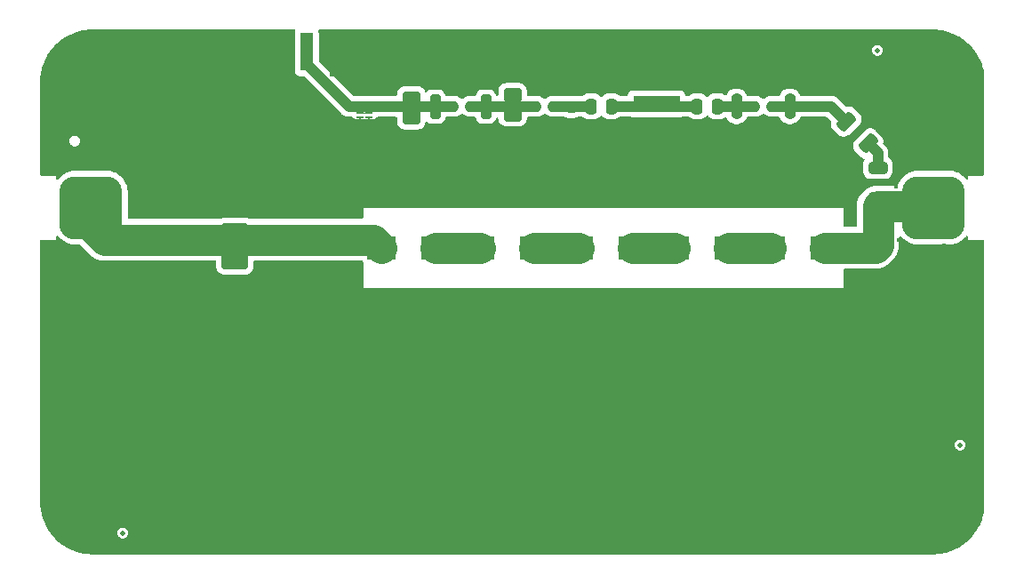
<source format=gbr>
%TF.GenerationSoftware,KiCad,Pcbnew,8.0.5*%
%TF.CreationDate,2024-11-14T08:39:16+01:00*%
%TF.ProjectId,LISN_5u,4c49534e-5f35-4752-9e6b-696361645f70,rev?*%
%TF.SameCoordinates,Original*%
%TF.FileFunction,Copper,L1,Top*%
%TF.FilePolarity,Positive*%
%FSLAX46Y46*%
G04 Gerber Fmt 4.6, Leading zero omitted, Abs format (unit mm)*
G04 Created by KiCad (PCBNEW 8.0.5) date 2024-11-14 08:39:16*
%MOMM*%
%LPD*%
G01*
G04 APERTURE LIST*
G04 Aperture macros list*
%AMRoundRect*
0 Rectangle with rounded corners*
0 $1 Rounding radius*
0 $2 $3 $4 $5 $6 $7 $8 $9 X,Y pos of 4 corners*
0 Add a 4 corners polygon primitive as box body*
4,1,4,$2,$3,$4,$5,$6,$7,$8,$9,$2,$3,0*
0 Add four circle primitives for the rounded corners*
1,1,$1+$1,$2,$3*
1,1,$1+$1,$4,$5*
1,1,$1+$1,$6,$7*
1,1,$1+$1,$8,$9*
0 Add four rect primitives between the rounded corners*
20,1,$1+$1,$2,$3,$4,$5,0*
20,1,$1+$1,$4,$5,$6,$7,0*
20,1,$1+$1,$6,$7,$8,$9,0*
20,1,$1+$1,$8,$9,$2,$3,0*%
G04 Aperture macros list end*
%TA.AperFunction,ComponentPad*%
%ADD10C,3.600000*%
%TD*%
%TA.AperFunction,ConnectorPad*%
%ADD11C,5.600000*%
%TD*%
%TA.AperFunction,SMDPad,CuDef*%
%ADD12RoundRect,0.250000X-1.100000X0.325000X-1.100000X-0.325000X1.100000X-0.325000X1.100000X0.325000X0*%
%TD*%
%TA.AperFunction,SMDPad,CuDef*%
%ADD13RoundRect,0.200000X-0.275000X0.200000X-0.275000X-0.200000X0.275000X-0.200000X0.275000X0.200000X0*%
%TD*%
%TA.AperFunction,SMDPad,CuDef*%
%ADD14C,0.500000*%
%TD*%
%TA.AperFunction,SMDPad,CuDef*%
%ADD15RoundRect,0.250000X-0.600000X0.400000X-0.600000X-0.400000X0.600000X-0.400000X0.600000X0.400000X0*%
%TD*%
%TA.AperFunction,SMDPad,CuDef*%
%ADD16RoundRect,0.250000X-0.689429X-0.229810X-0.229810X-0.689429X0.689429X0.229810X0.229810X0.689429X0*%
%TD*%
%TA.AperFunction,SMDPad,CuDef*%
%ADD17R,2.700000X2.200000*%
%TD*%
%TA.AperFunction,SMDPad,CuDef*%
%ADD18RoundRect,0.200000X-0.200000X-0.275000X0.200000X-0.275000X0.200000X0.275000X-0.200000X0.275000X0*%
%TD*%
%TA.AperFunction,SMDPad,CuDef*%
%ADD19RoundRect,1.500000X-1.500000X-1.500000X1.500000X-1.500000X1.500000X1.500000X-1.500000X1.500000X0*%
%TD*%
%TA.AperFunction,SMDPad,CuDef*%
%ADD20RoundRect,0.250000X-0.650000X0.325000X-0.650000X-0.325000X0.650000X-0.325000X0.650000X0.325000X0*%
%TD*%
%TA.AperFunction,SMDPad,CuDef*%
%ADD21RoundRect,0.250000X-0.250000X-0.475000X0.250000X-0.475000X0.250000X0.475000X-0.250000X0.475000X0*%
%TD*%
%TA.AperFunction,SMDPad,CuDef*%
%ADD22R,0.675000X0.200000*%
%TD*%
%TA.AperFunction,SMDPad,CuDef*%
%ADD23RoundRect,0.250000X-1.000000X1.950000X-1.000000X-1.950000X1.000000X-1.950000X1.000000X1.950000X0*%
%TD*%
%TA.AperFunction,SMDPad,CuDef*%
%ADD24R,4.500000X1.550000*%
%TD*%
%TA.AperFunction,SMDPad,CuDef*%
%ADD25R,4.550000X1.550000*%
%TD*%
%TA.AperFunction,SMDPad,CuDef*%
%ADD26R,1.270000X3.600000*%
%TD*%
%TA.AperFunction,SMDPad,CuDef*%
%ADD27R,1.350000X4.200000*%
%TD*%
%TA.AperFunction,ViaPad*%
%ADD28C,0.450000*%
%TD*%
%TA.AperFunction,Conductor*%
%ADD29C,1.000000*%
%TD*%
%TA.AperFunction,Conductor*%
%ADD30C,3.000000*%
%TD*%
%TA.AperFunction,Conductor*%
%ADD31C,0.150000*%
%TD*%
%TA.AperFunction,Conductor*%
%ADD32C,0.100000*%
%TD*%
G04 APERTURE END LIST*
D10*
%TO.P,H104,1,1*%
%TO.N,GND*%
X74634000Y-113792000D03*
D11*
X74634000Y-113792000D03*
%TD*%
D10*
%TO.P,H103,1,1*%
%TO.N,GND*%
X154898000Y-113792000D03*
D11*
X154898000Y-113792000D03*
%TD*%
D10*
%TO.P,H102,1,1*%
%TO.N,GND*%
X154644000Y-73660000D03*
D11*
X154644000Y-73660000D03*
%TD*%
D10*
%TO.P,H101,1,1*%
%TO.N,GND*%
X74634000Y-73660000D03*
D11*
X74634000Y-73660000D03*
%TD*%
D12*
%TO.P,C106,1*%
%TO.N,Net-(X102-Pin_1)*%
X96266000Y-89711000D03*
%TO.P,C106,2*%
%TO.N,GND*%
X96266000Y-92661000D03*
%TD*%
D13*
%TO.P,R111,1*%
%TO.N,Net-(C102-Pad2)*%
X136144000Y-76899000D03*
%TO.P,R111,2*%
%TO.N,GND*%
X136144000Y-78549000D03*
%TD*%
%TO.P,R108,1*%
%TO.N,Net-(D101-A)*%
X107442000Y-76962000D03*
%TO.P,R108,2*%
%TO.N,GND*%
X107442000Y-78612000D03*
%TD*%
D14*
%TO.P,FID103,*%
%TO.N,*%
X149564000Y-70866000D03*
%TD*%
D15*
%TO.P,D102,1,K*%
%TO.N,GND*%
X114808000Y-71628000D03*
%TO.P,D102,2,A*%
%TO.N,Net-(D102-A)*%
X114808000Y-75128000D03*
%TD*%
D16*
%TO.P,C103,1*%
%TO.N,Net-(C103-Pad1)*%
X146584983Y-77652983D03*
%TO.P,C103,2*%
%TO.N,Net-(C103-Pad2)*%
X148670949Y-79738949D03*
%TD*%
D17*
%TO.P,L106,1,1*%
%TO.N,Net-(L105-Pad2)*%
X139426000Y-89662000D03*
%TO.P,L106,2,2*%
%TO.N,Net-(X103-Pin_1)*%
X144526000Y-89662000D03*
%TD*%
D18*
%TO.P,R106,1*%
%TO.N,Net-(D102-A)*%
X117031000Y-76200000D03*
%TO.P,R106,2*%
%TO.N,Net-(C101-Pad1)*%
X118681000Y-76200000D03*
%TD*%
D19*
%TO.P,X104,1,Pin_1*%
%TO.N,GND*%
X72856000Y-101854000D03*
%TD*%
D13*
%TO.P,R101,1*%
%TO.N,GND*%
X107442000Y-73851000D03*
%TO.P,R101,2*%
%TO.N,Net-(D101-A)*%
X107442000Y-75501000D03*
%TD*%
%TO.P,R102,1*%
%TO.N,GND*%
X112268000Y-73851000D03*
%TO.P,R102,2*%
%TO.N,Net-(D102-A)*%
X112268000Y-75501000D03*
%TD*%
D18*
%TO.P,R105,1*%
%TO.N,Net-(D101-A)*%
X109157000Y-76200000D03*
%TO.P,R105,2*%
%TO.N,Net-(D102-A)*%
X110807000Y-76200000D03*
%TD*%
D14*
%TO.P,FID102,*%
%TO.N,*%
X157438000Y-108458000D03*
%TD*%
%TO.P,FID104,*%
%TO.N,*%
X78952000Y-71120000D03*
%TD*%
D18*
%TO.P,R107,1*%
%TO.N,Net-(C102-Pad2)*%
X137859000Y-76200000D03*
%TO.P,R107,2*%
%TO.N,Net-(C103-Pad1)*%
X139509000Y-76200000D03*
%TD*%
D17*
%TO.P,L103,1,1*%
%TO.N,Net-(L102-Pad2)*%
X111740000Y-89662000D03*
%TO.P,L103,2,2*%
%TO.N,Net-(L103-Pad2)*%
X116840000Y-89662000D03*
%TD*%
%TO.P,L104,1,1*%
%TO.N,Net-(L103-Pad2)*%
X121138000Y-89662000D03*
%TO.P,L104,2,2*%
%TO.N,Net-(L104-Pad2)*%
X126238000Y-89662000D03*
%TD*%
D19*
%TO.P,X102,1,Pin_1*%
%TO.N,Net-(X102-Pin_1)*%
X74634000Y-85852000D03*
%TD*%
D12*
%TO.P,C105,1*%
%TO.N,Net-(X102-Pin_1)*%
X80772000Y-89711000D03*
%TO.P,C105,2*%
%TO.N,GND*%
X80772000Y-92661000D03*
%TD*%
D15*
%TO.P,D104,1,K*%
%TO.N,Net-(D102-A)*%
X114808000Y-76962000D03*
%TO.P,D104,2,A*%
%TO.N,GND*%
X114808000Y-80462000D03*
%TD*%
D20*
%TO.P,C104,1*%
%TO.N,Net-(C103-Pad2)*%
X149606000Y-82042000D03*
%TO.P,C104,2*%
%TO.N,Net-(X103-Pin_1)*%
X149606000Y-84992000D03*
%TD*%
D15*
%TO.P,D103,1,K*%
%TO.N,Net-(D101-A)*%
X105156000Y-77244000D03*
%TO.P,D103,2,A*%
%TO.N,GND*%
X105156000Y-80744000D03*
%TD*%
D17*
%TO.P,L102,1,1*%
%TO.N,Net-(X102-Pin_1)*%
X102342000Y-89662000D03*
%TO.P,L102,2,2*%
%TO.N,Net-(L102-Pad2)*%
X107442000Y-89662000D03*
%TD*%
D21*
%TO.P,C101,1*%
%TO.N,Net-(C101-Pad1)*%
X122306001Y-76200000D03*
%TO.P,C101,2*%
%TO.N,Net-(C101-Pad2)*%
X124206001Y-76200000D03*
%TD*%
D22*
%TO.P,D105,1*%
%TO.N,Net-(D101-A)*%
X100288000Y-76416000D03*
%TO.P,D105,2*%
X100288000Y-76816000D03*
%TO.P,D105,3*%
%TO.N,GND*%
X100288000Y-77216000D03*
%TO.P,D105,4*%
X101163000Y-77216000D03*
%TO.P,D105,5*%
%TO.N,Net-(D101-A)*%
X101163000Y-76816000D03*
%TO.P,D105,6*%
X101163000Y-76416000D03*
%TD*%
D17*
%TO.P,L105,1,1*%
%TO.N,Net-(L104-Pad2)*%
X130282000Y-89662000D03*
%TO.P,L105,2,2*%
%TO.N,Net-(L105-Pad2)*%
X135382000Y-89662000D03*
%TD*%
D19*
%TO.P,X105,1,Pin_1*%
%TO.N,GND*%
X156676000Y-101854000D03*
%TD*%
D13*
%TO.P,R109,1*%
%TO.N,Net-(D102-A)*%
X112268000Y-76962000D03*
%TO.P,R109,2*%
%TO.N,GND*%
X112268000Y-78612000D03*
%TD*%
D14*
%TO.P,FID101,*%
%TO.N,*%
X77682000Y-116840000D03*
%TD*%
D13*
%TO.P,R103,1*%
%TO.N,GND*%
X136144000Y-73851000D03*
%TO.P,R103,2*%
%TO.N,Net-(C102-Pad2)*%
X136144000Y-75501000D03*
%TD*%
D21*
%TO.P,C102,1*%
%TO.N,Net-(C101-Pad2)*%
X132400000Y-76200000D03*
%TO.P,C102,2*%
%TO.N,Net-(C102-Pad2)*%
X134300000Y-76200000D03*
%TD*%
D23*
%TO.P,C107,1*%
%TO.N,Net-(X102-Pin_1)*%
X88350000Y-89518000D03*
%TO.P,C107,2*%
%TO.N,GND*%
X88350000Y-96918000D03*
%TD*%
D15*
%TO.P,D101,1,K*%
%TO.N,GND*%
X105156000Y-71938000D03*
%TO.P,D101,2,A*%
%TO.N,Net-(D101-A)*%
X105156000Y-75438000D03*
%TD*%
D24*
%TO.P,L101,1,1*%
%TO.N,Net-(C101-Pad2)*%
X128524000Y-75945999D03*
D25*
%TO.P,L101,2,2*%
%TO.N,GND*%
X128524000Y-72095999D03*
%TD*%
D13*
%TO.P,R112,1*%
%TO.N,Net-(C103-Pad1)*%
X141224000Y-76899000D03*
%TO.P,R112,2*%
%TO.N,GND*%
X141224000Y-78549000D03*
%TD*%
%TO.P,R104,1*%
%TO.N,GND*%
X141224000Y-73851000D03*
%TO.P,R104,2*%
%TO.N,Net-(C103-Pad1)*%
X141224000Y-75501000D03*
%TD*%
D26*
%TO.P,X101,1,In*%
%TO.N,Net-(D101-A)*%
X95208000Y-71010500D03*
D27*
%TO.P,X101,2,Ext*%
%TO.N,GND*%
X98033000Y-71210500D03*
X92383000Y-71210500D03*
%TD*%
D19*
%TO.P,X103,1,Pin_1*%
%TO.N,Net-(X103-Pin_1)*%
X154898000Y-85852000D03*
%TD*%
D13*
%TO.P,R110,1*%
%TO.N,Net-(C101-Pad1)*%
X120396000Y-76391000D03*
%TO.P,R110,2*%
%TO.N,GND*%
X120396000Y-78041000D03*
%TD*%
D28*
%TO.N,GND*%
X82491202Y-69259000D03*
X77936000Y-110744000D03*
X104098000Y-85344000D03*
X108924000Y-74168000D03*
X85302000Y-85852000D03*
X134324000Y-85344000D03*
X154644000Y-89662000D03*
X79206000Y-85852000D03*
X90128000Y-100076000D03*
X108636899Y-118447000D03*
X140420000Y-85344000D03*
X112226000Y-80010000D03*
X76158000Y-98044000D03*
X114258000Y-85344000D03*
X126015605Y-69259000D03*
X118334828Y-69259000D03*
X136102000Y-72644000D03*
X103590000Y-71882000D03*
X93430000Y-74676000D03*
X108162000Y-98806000D03*
X106130000Y-85344000D03*
X100956122Y-118447000D03*
X130514000Y-93980000D03*
X153120000Y-82042000D03*
X101812001Y-78740000D03*
X154178454Y-69259000D03*
X121370000Y-104648000D03*
X126450000Y-93980000D03*
X159299000Y-107662885D03*
X155406000Y-82042000D03*
X134070000Y-78232000D03*
X147278000Y-83820000D03*
X121438194Y-118447000D03*
X89112000Y-100838000D03*
X70233000Y-105645719D03*
X120862000Y-74422000D03*
X88350000Y-93218000D03*
X152104000Y-100330000D03*
X95970000Y-85852000D03*
X157438000Y-89916000D03*
X113214310Y-69259000D03*
X75353532Y-118447000D03*
X137626000Y-73914000D03*
X150580000Y-73152000D03*
X75904000Y-75438000D03*
X90382000Y-94488000D03*
X90636000Y-96520000D03*
X111197158Y-118447000D03*
X120895087Y-69259000D03*
X159299000Y-110223144D03*
X122386000Y-85344000D03*
X100796000Y-74422000D03*
X100542000Y-98552000D03*
X76920000Y-100838000D03*
X124418000Y-85344000D03*
X107654000Y-80264000D03*
X117052000Y-78232000D03*
X74888000Y-81534000D03*
X142452000Y-85344000D03*
X152104000Y-98552000D03*
X84032000Y-83566000D03*
X110448000Y-93980000D03*
X107654000Y-72644000D03*
X90382000Y-70866000D03*
X85051461Y-69259000D03*
X90382000Y-71882000D03*
X92668000Y-85852000D03*
X116290000Y-85344000D03*
X118576000Y-93980000D03*
X89366000Y-85852000D03*
X98510000Y-93218000D03*
X73618000Y-81534000D03*
X98395863Y-118447000D03*
X151618195Y-69259000D03*
X117814000Y-98552000D03*
X128482000Y-93980000D03*
X82254000Y-110744000D03*
X136102000Y-80010000D03*
X135086000Y-73914000D03*
X118322000Y-85344000D03*
X88154827Y-118447000D03*
X118068001Y-74422000D03*
X72094000Y-90424000D03*
X155914000Y-89408000D03*
X93176000Y-84582000D03*
X119084000Y-74422000D03*
X78444000Y-92710000D03*
X127466000Y-81280000D03*
X152104000Y-104394000D03*
X103844000Y-111506000D03*
X156676000Y-117602000D03*
X126450000Y-78232000D03*
X147786000Y-109982000D03*
X90715086Y-118447000D03*
X144992000Y-80010000D03*
X157438000Y-70866000D03*
X120608000Y-93980000D03*
X86064000Y-96012000D03*
X128228000Y-85344000D03*
X96224000Y-93980000D03*
X87334000Y-100838000D03*
X152612000Y-89662000D03*
X93684000Y-92710000D03*
X84286000Y-75438000D03*
X124672000Y-93980000D03*
X70824000Y-72644000D03*
X96013580Y-75735580D03*
X114512000Y-93980000D03*
X156930000Y-97536000D03*
X117052000Y-74422000D03*
X116317676Y-118447000D03*
X146770000Y-81534000D03*
X122894000Y-74422000D03*
X159299000Y-92301331D03*
X70316000Y-82296000D03*
X116544000Y-93980000D03*
X146770000Y-101854000D03*
X154721561Y-118447000D03*
X73364000Y-70104000D03*
X70233000Y-110766237D03*
X76920000Y-102870000D03*
X77370684Y-69259000D03*
X71586000Y-116840000D03*
X102320000Y-93980000D03*
X104352000Y-93980000D03*
X110702000Y-78232000D03*
X131530000Y-78232000D03*
X138816900Y-69259000D03*
X73110000Y-117856000D03*
X90636000Y-99314000D03*
X142452000Y-73914000D03*
X155152000Y-105664000D03*
X141182000Y-72644000D03*
X108416000Y-93980000D03*
X102066000Y-85344000D03*
X122132000Y-78232000D03*
X97581159Y-77303159D03*
X87588000Y-104648000D03*
X103082000Y-80518000D03*
X70233000Y-90284165D03*
X146770000Y-86614000D03*
X136610000Y-93980000D03*
X118877935Y-118447000D03*
X74380000Y-105918000D03*
X140166000Y-73914000D03*
X70233000Y-97964942D03*
X76920000Y-104902000D03*
X100796000Y-78740000D03*
X157946000Y-116586000D03*
X105533533Y-69259000D03*
X106638000Y-71882000D03*
X136799748Y-118447000D03*
X134578000Y-93980000D03*
X144484000Y-85344000D03*
X141436000Y-80010000D03*
X159299000Y-76939777D03*
X91398000Y-80010000D03*
X93684000Y-112268000D03*
X78698000Y-84582000D03*
X85594568Y-118447000D03*
X80474050Y-118447000D03*
X80730000Y-94234000D03*
X76920000Y-98806000D03*
X157184000Y-82042000D03*
X114512000Y-70358000D03*
X143937418Y-69259000D03*
X153120000Y-105664000D03*
X151596000Y-88900000D03*
X116798000Y-80518000D03*
X154644000Y-75692000D03*
X103516381Y-118447000D03*
X101812001Y-74422000D03*
X144480525Y-118447000D03*
X71840000Y-81534000D03*
X83270000Y-85852000D03*
X113757417Y-118447000D03*
X91144000Y-74676000D03*
X87611720Y-69259000D03*
X70233000Y-95404683D03*
X149601043Y-118447000D03*
X157184000Y-105664000D03*
X158708000Y-72136000D03*
X140674000Y-93980000D03*
X108093792Y-69259000D03*
X122640000Y-93980000D03*
X131679230Y-118447000D03*
X126196000Y-85344000D03*
X159299000Y-82060295D03*
X102973274Y-69259000D03*
X139360007Y-118447000D03*
X121878001Y-74422000D03*
X131136123Y-69259000D03*
X134239489Y-118447000D03*
X78444000Y-82804000D03*
X102828000Y-74422000D03*
X144738000Y-93980000D03*
X108162000Y-85344000D03*
X70233000Y-92844424D03*
X152104000Y-102362000D03*
X128482000Y-111252000D03*
X116544000Y-71628000D03*
X147786000Y-92202000D03*
X99780000Y-73914000D03*
X90171979Y-69259000D03*
X159299000Y-97421849D03*
X141920266Y-118447000D03*
X138642000Y-93980000D03*
X77913791Y-118447000D03*
X151596000Y-90932000D03*
X91398000Y-85852000D03*
X92414001Y-74676000D03*
X156422000Y-69850000D03*
X99526000Y-103632000D03*
X150072000Y-92202000D03*
X99780000Y-72390000D03*
X70233000Y-74922611D03*
X105114000Y-70612000D03*
X140166000Y-112268000D03*
X120354000Y-85344000D03*
X75142000Y-91694000D03*
X99526000Y-91440000D03*
X129118971Y-118447000D03*
X137880000Y-78232000D03*
X108924000Y-78232000D03*
X159299000Y-89741072D03*
X110702000Y-74168000D03*
X130260000Y-85344000D03*
X147040784Y-118447000D03*
X74810425Y-69259000D03*
X112226000Y-85344000D03*
X152161302Y-118447000D03*
X116036000Y-110236000D03*
X98256000Y-85852000D03*
X115774569Y-69259000D03*
X133696382Y-69259000D03*
X72856000Y-94234000D03*
X73872000Y-90424000D03*
X70233000Y-77482870D03*
X70233000Y-108205978D03*
X146497677Y-69259000D03*
X105114000Y-82042000D03*
X72602000Y-105918000D03*
X112226000Y-72644000D03*
X118830000Y-78232000D03*
X81238000Y-85852000D03*
X99018000Y-78740000D03*
X106384000Y-93980000D03*
X94446000Y-85852000D03*
X123455346Y-69259000D03*
X110194000Y-85344000D03*
X132800000Y-104140000D03*
X77174000Y-81534000D03*
X159299000Y-112783403D03*
X141377159Y-69259000D03*
X100413015Y-69259000D03*
X132292000Y-85344000D03*
X106076640Y-118447000D03*
X99526000Y-85852000D03*
X72094000Y-98044000D03*
X123998453Y-118447000D03*
X70233000Y-80043129D03*
X77428000Y-91694000D03*
X108670000Y-104140000D03*
X143468000Y-78232000D03*
X99780000Y-71374000D03*
X70824000Y-115570000D03*
X159299000Y-115343662D03*
X159299000Y-74379518D03*
X129752000Y-78232000D03*
X136356000Y-85344000D03*
X114766000Y-82042000D03*
X79930943Y-69259000D03*
X137880000Y-98552000D03*
X95295159Y-75017159D03*
X139658000Y-78232000D03*
X90382000Y-73406000D03*
X154898000Y-97536000D03*
X128575864Y-69259000D03*
X149057936Y-69259000D03*
X142706000Y-93980000D03*
X95835604Y-118447000D03*
X110654051Y-69259000D03*
X126558712Y-118447000D03*
X71840000Y-71120000D03*
X136256641Y-69259000D03*
X147278000Y-82550000D03*
X83034309Y-118447000D03*
X147532000Y-114046000D03*
X128990000Y-99314000D03*
X151596000Y-82042000D03*
X96732000Y-76454000D03*
X102828000Y-78740000D03*
X138388000Y-85344000D03*
X132546000Y-93980000D03*
X98299580Y-78021580D03*
X159216000Y-105410000D03*
X87334000Y-85852000D03*
X112988000Y-71628000D03*
X91144000Y-91948000D03*
X81746000Y-103378000D03*
X159299000Y-94861590D03*
X152866000Y-97536000D03*
X70233000Y-113326496D03*
X99780000Y-70358000D03*
X159299000Y-79500036D03*
X86064000Y-99060000D03*
X85556000Y-91948000D03*
X147024000Y-85090000D03*
X120354000Y-79248000D03*
X151342000Y-83820000D03*
X128482000Y-77978000D03*
X74126000Y-98044000D03*
X82762000Y-92710000D03*
X120608000Y-72390000D03*
X124164000Y-78232000D03*
X93275345Y-118447000D03*
X112480000Y-93980000D03*
X76158000Y-105918000D03*
%TD*%
D29*
%TO.N,Net-(C101-Pad2)*%
X132400000Y-76200000D02*
X124206001Y-76200000D01*
%TO.N,Net-(C101-Pad1)*%
X122306001Y-76200000D02*
X118681000Y-76200000D01*
%TO.N,Net-(C102-Pad2)*%
X136144000Y-75501000D02*
X136144000Y-76899000D01*
X137859000Y-76200000D02*
X134300000Y-76200000D01*
%TO.N,Net-(C103-Pad2)*%
X149606000Y-82042000D02*
X149606000Y-80674000D01*
X149606000Y-80674000D02*
X148670949Y-79738949D01*
%TO.N,Net-(C103-Pad1)*%
X139509000Y-76200000D02*
X145132000Y-76200000D01*
X145132000Y-76200000D02*
X146584983Y-77652983D01*
X141224000Y-75501000D02*
X141224000Y-76899000D01*
D30*
%TO.N,Net-(X103-Pin_1)*%
X154800000Y-85754000D02*
X154898000Y-85852000D01*
X149606000Y-85754000D02*
X149606000Y-89408000D01*
X149606000Y-85754000D02*
X154800000Y-85754000D01*
X149352000Y-89662000D02*
X144526000Y-89662000D01*
X149606000Y-89408000D02*
X149352000Y-89662000D01*
D31*
%TO.N,GND*%
X100288000Y-77724000D02*
X101050000Y-77724000D01*
X101163000Y-77611000D02*
X101163000Y-77216000D01*
X101050000Y-77724000D02*
X101163000Y-77611000D01*
X100288000Y-77216000D02*
X100288000Y-77724000D01*
D30*
%TO.N,Net-(X102-Pin_1)*%
X101580000Y-88900000D02*
X75936000Y-88900000D01*
X75936000Y-88900000D02*
X74634000Y-87598000D01*
X102342000Y-89662000D02*
X101580000Y-88900000D01*
X74634000Y-87598000D02*
X74634000Y-85852000D01*
D29*
%TO.N,Net-(D101-A)*%
X100288000Y-76200000D02*
X99232500Y-76200000D01*
D31*
X101163000Y-76313000D02*
X101050000Y-76200000D01*
X101163000Y-76816000D02*
X101163000Y-76313000D01*
D32*
X100288000Y-76816000D02*
X100288000Y-76416000D01*
X100288000Y-76816000D02*
X101163000Y-76816000D01*
D29*
X101050000Y-76200000D02*
X100288000Y-76200000D01*
X95208000Y-72175500D02*
X95208000Y-71010500D01*
X109157000Y-76200000D02*
X101050000Y-76200000D01*
X99232500Y-76200000D02*
X95208000Y-72175500D01*
D32*
X100288000Y-76816000D02*
X100288000Y-76200000D01*
D29*
X105156000Y-75438000D02*
X105156000Y-77244000D01*
%TO.N,Net-(D102-A)*%
X117031000Y-76200000D02*
X110807000Y-76200000D01*
X114808000Y-75128000D02*
X114808000Y-76962000D01*
D30*
%TO.N,Net-(L102-Pad2)*%
X107442000Y-89662000D02*
X111740000Y-89662000D01*
%TO.N,Net-(L103-Pad2)*%
X116840000Y-89662000D02*
X121138000Y-89662000D01*
%TO.N,Net-(L104-Pad2)*%
X126238000Y-89662000D02*
X130282000Y-89662000D01*
%TO.N,Net-(L105-Pad2)*%
X135382000Y-89662000D02*
X139426000Y-89662000D01*
%TD*%
%TA.AperFunction,Conductor*%
%TO.N,GND*%
G36*
X71537203Y-88561842D02*
G01*
X71555267Y-88581245D01*
X71618254Y-88665387D01*
X71618270Y-88665405D01*
X71820594Y-88867729D01*
X71820612Y-88867745D01*
X72049682Y-89039224D01*
X72049690Y-89039229D01*
X72300833Y-89176364D01*
X72300832Y-89176364D01*
X72300836Y-89176365D01*
X72300839Y-89176367D01*
X72568954Y-89276369D01*
X72568960Y-89276370D01*
X72568962Y-89276371D01*
X72848566Y-89337195D01*
X72848568Y-89337195D01*
X72848572Y-89337196D01*
X73062552Y-89352500D01*
X73508004Y-89352500D01*
X73575043Y-89372185D01*
X73595685Y-89388819D01*
X74614143Y-90407278D01*
X74614150Y-90407284D01*
X74731868Y-90497611D01*
X74731869Y-90497612D01*
X74763388Y-90521798D01*
X74822197Y-90566924D01*
X74929218Y-90628712D01*
X75049303Y-90698043D01*
X75291581Y-90798398D01*
X75544884Y-90866271D01*
X75674882Y-90883385D01*
X75804880Y-90900500D01*
X86475501Y-90900500D01*
X86542540Y-90920185D01*
X86588295Y-90972989D01*
X86599501Y-91024500D01*
X86599501Y-91518018D01*
X86610000Y-91620796D01*
X86610001Y-91620799D01*
X86623820Y-91662500D01*
X86665186Y-91787334D01*
X86757288Y-91936656D01*
X86881344Y-92060712D01*
X87030666Y-92152814D01*
X87197203Y-92207999D01*
X87299991Y-92218500D01*
X89400008Y-92218499D01*
X89502797Y-92207999D01*
X89669334Y-92152814D01*
X89818656Y-92060712D01*
X89942712Y-91936656D01*
X90034814Y-91787334D01*
X90089999Y-91620797D01*
X90100500Y-91518009D01*
X90100500Y-91024500D01*
X90120185Y-90957461D01*
X90172989Y-90911706D01*
X90224500Y-90900500D01*
X100423382Y-90900500D01*
X100490421Y-90920185D01*
X100536176Y-90972989D01*
X100539564Y-90981167D01*
X100548202Y-91004328D01*
X100548203Y-91004330D01*
X100548204Y-91004331D01*
X100559266Y-91019107D01*
X100583684Y-91084569D01*
X100584000Y-91093419D01*
X100584000Y-93472000D01*
X146304000Y-93472000D01*
X146304000Y-91786500D01*
X146323685Y-91719461D01*
X146376489Y-91673706D01*
X146428000Y-91662500D01*
X149483113Y-91662500D01*
X149483120Y-91662500D01*
X149613118Y-91645385D01*
X149743116Y-91628271D01*
X149996419Y-91560398D01*
X150238697Y-91460043D01*
X150465803Y-91328924D01*
X150560720Y-91256091D01*
X150673851Y-91169283D01*
X151113283Y-90729851D01*
X151190889Y-90628712D01*
X151272924Y-90521803D01*
X151404043Y-90294697D01*
X151504398Y-90052419D01*
X151514745Y-90013802D01*
X151572271Y-89799116D01*
X151598682Y-89598500D01*
X151606500Y-89539120D01*
X151606500Y-88669581D01*
X151626185Y-88602542D01*
X151678989Y-88556787D01*
X151748147Y-88546843D01*
X151811703Y-88575868D01*
X151829762Y-88595264D01*
X151855164Y-88629197D01*
X151882262Y-88665396D01*
X151882270Y-88665405D01*
X152084594Y-88867729D01*
X152084612Y-88867745D01*
X152313682Y-89039224D01*
X152313690Y-89039229D01*
X152564833Y-89176364D01*
X152564832Y-89176364D01*
X152564836Y-89176365D01*
X152564839Y-89176367D01*
X152832954Y-89276369D01*
X152832960Y-89276370D01*
X152832962Y-89276371D01*
X153112566Y-89337195D01*
X153112568Y-89337195D01*
X153112572Y-89337196D01*
X153326552Y-89352500D01*
X156469448Y-89352500D01*
X156683428Y-89337196D01*
X156963046Y-89276369D01*
X157231161Y-89176367D01*
X157482315Y-89039226D01*
X157711395Y-88867739D01*
X157913739Y-88665395D01*
X157921105Y-88655555D01*
X157976733Y-88581245D01*
X158032666Y-88539373D01*
X158102358Y-88534389D01*
X158163681Y-88567874D01*
X158197166Y-88629197D01*
X158200000Y-88655555D01*
X158200000Y-88900000D01*
X159600000Y-88900000D01*
X159667039Y-88919685D01*
X159712794Y-88972489D01*
X159724000Y-89024000D01*
X159724000Y-114676717D01*
X159723882Y-114682126D01*
X159720204Y-114766367D01*
X159719261Y-114777144D01*
X159708432Y-114859396D01*
X159707110Y-114867401D01*
X159690360Y-114951610D01*
X159689189Y-114956892D01*
X159668129Y-115042956D01*
X159667458Y-115045576D01*
X159635679Y-115164179D01*
X159634950Y-115166785D01*
X159575069Y-115372223D01*
X159573442Y-115377383D01*
X159505088Y-115578744D01*
X159503238Y-115583827D01*
X159426184Y-115781972D01*
X159424114Y-115786971D01*
X159338459Y-115981637D01*
X159336172Y-115986540D01*
X159242142Y-116177214D01*
X159239644Y-116182013D01*
X159137372Y-116368429D01*
X159134667Y-116373114D01*
X159024353Y-116554907D01*
X159021446Y-116559470D01*
X158903304Y-116736282D01*
X158900201Y-116740713D01*
X158774491Y-116912160D01*
X158771198Y-116916452D01*
X158638085Y-117082308D01*
X158634607Y-117086453D01*
X158494419Y-117246305D01*
X158490764Y-117250293D01*
X158343722Y-117403896D01*
X158339896Y-117407722D01*
X158186293Y-117554764D01*
X158182305Y-117558419D01*
X158022431Y-117698625D01*
X158018286Y-117702103D01*
X157852463Y-117835189D01*
X157848172Y-117838482D01*
X157676706Y-117964207D01*
X157672273Y-117967310D01*
X157495469Y-118085446D01*
X157490907Y-118088353D01*
X157309114Y-118198667D01*
X157304429Y-118201372D01*
X157118005Y-118303649D01*
X157113231Y-118306134D01*
X156932077Y-118395468D01*
X156922497Y-118400193D01*
X156917594Y-118402479D01*
X156722978Y-118488111D01*
X156717980Y-118490181D01*
X156519827Y-118567238D01*
X156514744Y-118569088D01*
X156313383Y-118637442D01*
X156308223Y-118639069D01*
X156104071Y-118698575D01*
X156098845Y-118699975D01*
X155892311Y-118750513D01*
X155887029Y-118751684D01*
X155678493Y-118793164D01*
X155673165Y-118794104D01*
X155462991Y-118826453D01*
X155457628Y-118827159D01*
X155261332Y-118848657D01*
X155244908Y-118850455D01*
X155242223Y-118850720D01*
X155136079Y-118860007D01*
X155133718Y-118860191D01*
X155028454Y-118867378D01*
X155023726Y-118867610D01*
X154918313Y-118870773D01*
X154915948Y-118870822D01*
X154835350Y-118871702D01*
X154835007Y-118871705D01*
X154808392Y-118871922D01*
X154807721Y-118871926D01*
X154781022Y-118871999D01*
X154780732Y-118872000D01*
X74835268Y-118872000D01*
X74834976Y-118871999D01*
X74808278Y-118871926D01*
X74807607Y-118871922D01*
X74780992Y-118871705D01*
X74780649Y-118871702D01*
X74700051Y-118870822D01*
X74697686Y-118870773D01*
X74592274Y-118867610D01*
X74587547Y-118867378D01*
X74482282Y-118860191D01*
X74479920Y-118860007D01*
X74403454Y-118853316D01*
X74373770Y-118850719D01*
X74371100Y-118850456D01*
X74331315Y-118846099D01*
X74158371Y-118827159D01*
X74153008Y-118826453D01*
X73942846Y-118794106D01*
X73937518Y-118793166D01*
X73728971Y-118751684D01*
X73723689Y-118750513D01*
X73517163Y-118699977D01*
X73511943Y-118698578D01*
X73469356Y-118686165D01*
X73307776Y-118639069D01*
X73302617Y-118637442D01*
X73101284Y-118569099D01*
X73096200Y-118567249D01*
X72898020Y-118490181D01*
X72893022Y-118488111D01*
X72698387Y-118402470D01*
X72693483Y-118400183D01*
X72502786Y-118306142D01*
X72497987Y-118303644D01*
X72311561Y-118201367D01*
X72306876Y-118198662D01*
X72125093Y-118088354D01*
X72120530Y-118085447D01*
X71943726Y-117967310D01*
X71939295Y-117964207D01*
X71767828Y-117838482D01*
X71763557Y-117835207D01*
X71597680Y-117702076D01*
X71593547Y-117698607D01*
X71433694Y-117558419D01*
X71429705Y-117554764D01*
X71276103Y-117407722D01*
X71272278Y-117403897D01*
X71125236Y-117250295D01*
X71121581Y-117246306D01*
X70981391Y-117086450D01*
X70977914Y-117082306D01*
X70844813Y-116916467D01*
X70841519Y-116912174D01*
X70788599Y-116840000D01*
X77176353Y-116840000D01*
X77196834Y-116982456D01*
X77244329Y-117086453D01*
X77256623Y-117113373D01*
X77350872Y-117222143D01*
X77471947Y-117299953D01*
X77471950Y-117299954D01*
X77471949Y-117299954D01*
X77610036Y-117340499D01*
X77610038Y-117340500D01*
X77610039Y-117340500D01*
X77753962Y-117340500D01*
X77753962Y-117340499D01*
X77892053Y-117299953D01*
X78013128Y-117222143D01*
X78107377Y-117113373D01*
X78167165Y-116982457D01*
X78187647Y-116840000D01*
X78167165Y-116697543D01*
X78107377Y-116566627D01*
X78013128Y-116457857D01*
X77892053Y-116380047D01*
X77892051Y-116380046D01*
X77892049Y-116380045D01*
X77892050Y-116380045D01*
X77753963Y-116339500D01*
X77753961Y-116339500D01*
X77610039Y-116339500D01*
X77610036Y-116339500D01*
X77471949Y-116380045D01*
X77350873Y-116457856D01*
X77256623Y-116566626D01*
X77256622Y-116566628D01*
X77196834Y-116697543D01*
X77176353Y-116840000D01*
X70788599Y-116840000D01*
X70715799Y-116740713D01*
X70715781Y-116740687D01*
X70712696Y-116736282D01*
X70594544Y-116559456D01*
X70591646Y-116554906D01*
X70481339Y-116373124D01*
X70478634Y-116368440D01*
X70376356Y-116182013D01*
X70373858Y-116177214D01*
X70279821Y-115986525D01*
X70277534Y-115981622D01*
X70191885Y-115786971D01*
X70189815Y-115781972D01*
X70112745Y-115583787D01*
X70110909Y-115578744D01*
X70042542Y-115377339D01*
X70040930Y-115372224D01*
X70040930Y-115372223D01*
X69981412Y-115168026D01*
X69980027Y-115162858D01*
X69929485Y-114956308D01*
X69928315Y-114951029D01*
X69886833Y-114742482D01*
X69885893Y-114737154D01*
X69877423Y-114682126D01*
X69853546Y-114526992D01*
X69852840Y-114521629D01*
X69829534Y-114308818D01*
X69829287Y-114306312D01*
X69819985Y-114199999D01*
X69819814Y-114197799D01*
X69812618Y-114092413D01*
X69812391Y-114087768D01*
X69809225Y-113982274D01*
X69809177Y-113979947D01*
X69808297Y-113899266D01*
X69808294Y-113898928D01*
X69808077Y-113872396D01*
X69808073Y-113871717D01*
X69808000Y-113844731D01*
X69808000Y-108458000D01*
X156932353Y-108458000D01*
X156952834Y-108600456D01*
X157012622Y-108731371D01*
X157012623Y-108731373D01*
X157106872Y-108840143D01*
X157227947Y-108917953D01*
X157227950Y-108917954D01*
X157227949Y-108917954D01*
X157366036Y-108958499D01*
X157366038Y-108958500D01*
X157366039Y-108958500D01*
X157509962Y-108958500D01*
X157509962Y-108958499D01*
X157648053Y-108917953D01*
X157769128Y-108840143D01*
X157863377Y-108731373D01*
X157923165Y-108600457D01*
X157943647Y-108458000D01*
X157923165Y-108315543D01*
X157863377Y-108184627D01*
X157769128Y-108075857D01*
X157648053Y-107998047D01*
X157648051Y-107998046D01*
X157648049Y-107998045D01*
X157648050Y-107998045D01*
X157509963Y-107957500D01*
X157509961Y-107957500D01*
X157366039Y-107957500D01*
X157366036Y-107957500D01*
X157227949Y-107998045D01*
X157106873Y-108075856D01*
X157012623Y-108184626D01*
X157012622Y-108184628D01*
X156952834Y-108315543D01*
X156932353Y-108458000D01*
X69808000Y-108458000D01*
X69808000Y-89024000D01*
X69827685Y-88956961D01*
X69880489Y-88911206D01*
X69932000Y-88900000D01*
X71332000Y-88900000D01*
X71332000Y-88655555D01*
X71351685Y-88588516D01*
X71404489Y-88542761D01*
X71473647Y-88532817D01*
X71537203Y-88561842D01*
G37*
%TD.AperFunction*%
%TA.AperFunction,Conductor*%
G36*
X94053518Y-68891685D02*
G01*
X94099273Y-68944489D01*
X94109217Y-69013647D01*
X94102661Y-69039333D01*
X94078908Y-69103016D01*
X94076268Y-69127578D01*
X94072501Y-69162623D01*
X94072500Y-69162635D01*
X94072500Y-72858370D01*
X94072501Y-72858376D01*
X94078908Y-72917983D01*
X94129202Y-73052828D01*
X94129206Y-73052835D01*
X94215452Y-73168044D01*
X94215455Y-73168047D01*
X94330664Y-73254293D01*
X94330671Y-73254297D01*
X94375618Y-73271061D01*
X94465517Y-73304591D01*
X94525127Y-73311000D01*
X94877217Y-73310999D01*
X94944256Y-73330683D01*
X94964897Y-73347317D01*
X98455360Y-76837781D01*
X98455361Y-76837782D01*
X98527764Y-76910185D01*
X98594719Y-76977140D01*
X98752959Y-77082872D01*
X98758586Y-77086632D01*
X98835470Y-77118478D01*
X98940664Y-77162051D01*
X99133954Y-77200499D01*
X99133957Y-77200500D01*
X99133959Y-77200500D01*
X99331040Y-77200500D01*
X99476202Y-77200500D01*
X99543241Y-77220185D01*
X99575468Y-77250188D01*
X99592955Y-77273547D01*
X99708164Y-77359793D01*
X99708171Y-77359797D01*
X99708217Y-77359814D01*
X99843017Y-77410091D01*
X99902627Y-77416500D01*
X100673372Y-77416499D01*
X100673373Y-77416498D01*
X100673385Y-77416498D01*
X100712244Y-77412320D01*
X100738752Y-77412320D01*
X100777627Y-77416500D01*
X101548372Y-77416499D01*
X101607983Y-77410091D01*
X101742831Y-77359796D01*
X101858046Y-77273546D01*
X101875532Y-77250188D01*
X101931467Y-77208317D01*
X101974798Y-77200500D01*
X103681500Y-77200500D01*
X103748539Y-77220185D01*
X103794294Y-77272989D01*
X103805500Y-77324500D01*
X103805500Y-77694001D01*
X103805501Y-77694019D01*
X103816000Y-77796796D01*
X103816001Y-77796799D01*
X103871185Y-77963331D01*
X103871187Y-77963336D01*
X103875619Y-77970521D01*
X103963288Y-78112656D01*
X104087344Y-78236712D01*
X104236666Y-78328814D01*
X104403203Y-78383999D01*
X104505991Y-78394500D01*
X105806008Y-78394499D01*
X105908797Y-78383999D01*
X106075334Y-78328814D01*
X106224656Y-78236712D01*
X106348712Y-78112656D01*
X106440814Y-77963334D01*
X106495999Y-77796797D01*
X106498689Y-77770464D01*
X106525085Y-77705773D01*
X106582265Y-77665622D01*
X106652076Y-77662758D01*
X106709728Y-77695386D01*
X106731811Y-77717469D01*
X106731813Y-77717470D01*
X106731815Y-77717472D01*
X106877394Y-77805478D01*
X107039804Y-77856086D01*
X107110384Y-77862500D01*
X107110387Y-77862500D01*
X107773613Y-77862500D01*
X107773616Y-77862500D01*
X107844196Y-77856086D01*
X108006606Y-77805478D01*
X108152185Y-77717472D01*
X108272472Y-77597185D01*
X108360478Y-77451606D01*
X108411086Y-77289196D01*
X108411086Y-77289191D01*
X108411579Y-77287611D01*
X108450316Y-77229463D01*
X108514342Y-77201488D01*
X108529965Y-77200500D01*
X109255543Y-77200500D01*
X109331551Y-77185380D01*
X109369243Y-77177882D01*
X109393434Y-77175500D01*
X109413613Y-77175500D01*
X109413616Y-77175500D01*
X109484196Y-77169086D01*
X109646606Y-77118478D01*
X109792185Y-77030472D01*
X109828323Y-76994334D01*
X109894319Y-76928339D01*
X109955642Y-76894854D01*
X110025334Y-76899838D01*
X110069681Y-76928339D01*
X110171811Y-77030469D01*
X110171813Y-77030470D01*
X110171815Y-77030472D01*
X110317394Y-77118478D01*
X110479804Y-77169086D01*
X110550384Y-77175500D01*
X110570566Y-77175500D01*
X110594756Y-77177882D01*
X110623006Y-77183502D01*
X110708456Y-77200500D01*
X110708459Y-77200500D01*
X111180035Y-77200500D01*
X111247074Y-77220185D01*
X111292829Y-77272989D01*
X111298421Y-77287611D01*
X111298913Y-77289191D01*
X111298914Y-77289196D01*
X111349522Y-77451606D01*
X111387724Y-77514799D01*
X111437530Y-77597188D01*
X111557811Y-77717469D01*
X111557813Y-77717470D01*
X111557815Y-77717472D01*
X111703394Y-77805478D01*
X111865804Y-77856086D01*
X111936384Y-77862500D01*
X111936387Y-77862500D01*
X112599613Y-77862500D01*
X112599616Y-77862500D01*
X112670196Y-77856086D01*
X112832606Y-77805478D01*
X112978185Y-77717472D01*
X113098472Y-77597185D01*
X113186478Y-77451606D01*
X113215116Y-77359701D01*
X113253853Y-77301555D01*
X113317878Y-77273580D01*
X113386863Y-77284661D01*
X113438906Y-77331279D01*
X113457501Y-77396592D01*
X113457501Y-77412018D01*
X113468000Y-77514796D01*
X113468001Y-77514799D01*
X113520217Y-77672375D01*
X113523186Y-77681334D01*
X113615288Y-77830656D01*
X113739344Y-77954712D01*
X113888666Y-78046814D01*
X114055203Y-78101999D01*
X114157991Y-78112500D01*
X115458008Y-78112499D01*
X115560797Y-78101999D01*
X115727334Y-78046814D01*
X115876656Y-77954712D01*
X116000712Y-77830656D01*
X116092814Y-77681334D01*
X116147999Y-77514797D01*
X116158500Y-77412009D01*
X116158500Y-77324500D01*
X116178185Y-77257461D01*
X116230989Y-77211706D01*
X116282500Y-77200500D01*
X117129543Y-77200500D01*
X117205551Y-77185380D01*
X117243243Y-77177882D01*
X117267434Y-77175500D01*
X117287613Y-77175500D01*
X117287616Y-77175500D01*
X117358196Y-77169086D01*
X117520606Y-77118478D01*
X117666185Y-77030472D01*
X117702323Y-76994334D01*
X117768319Y-76928339D01*
X117829642Y-76894854D01*
X117899334Y-76899838D01*
X117943681Y-76928339D01*
X118045811Y-77030469D01*
X118045813Y-77030470D01*
X118045815Y-77030472D01*
X118191394Y-77118478D01*
X118353804Y-77169086D01*
X118424384Y-77175500D01*
X118444566Y-77175500D01*
X118468756Y-77177882D01*
X118497006Y-77183502D01*
X118582456Y-77200500D01*
X118582459Y-77200500D01*
X119740620Y-77200500D01*
X119804769Y-77218383D01*
X119809924Y-77221499D01*
X119831394Y-77234478D01*
X119993804Y-77285086D01*
X120064384Y-77291500D01*
X120064387Y-77291500D01*
X120727613Y-77291500D01*
X120727616Y-77291500D01*
X120798196Y-77285086D01*
X120960606Y-77234478D01*
X120982076Y-77221499D01*
X120987231Y-77218383D01*
X121051380Y-77200500D01*
X121468771Y-77200500D01*
X121535810Y-77220185D01*
X121556452Y-77236819D01*
X121587345Y-77267712D01*
X121736667Y-77359814D01*
X121903204Y-77414999D01*
X122005992Y-77425500D01*
X122606009Y-77425499D01*
X122606017Y-77425498D01*
X122606020Y-77425498D01*
X122662303Y-77419748D01*
X122708798Y-77414999D01*
X122875335Y-77359814D01*
X123024657Y-77267712D01*
X123148713Y-77143656D01*
X123150462Y-77140819D01*
X123152170Y-77139283D01*
X123153194Y-77137989D01*
X123153415Y-77138163D01*
X123202407Y-77094096D01*
X123271369Y-77082872D01*
X123335452Y-77110713D01*
X123361538Y-77140817D01*
X123363289Y-77143656D01*
X123487345Y-77267712D01*
X123636667Y-77359814D01*
X123803204Y-77414999D01*
X123905992Y-77425500D01*
X124506009Y-77425499D01*
X124506017Y-77425498D01*
X124506020Y-77425498D01*
X124562303Y-77419748D01*
X124608798Y-77414999D01*
X124775335Y-77359814D01*
X124924657Y-77267712D01*
X124955550Y-77236819D01*
X125016873Y-77203334D01*
X125043231Y-77200500D01*
X126105027Y-77200500D01*
X126148360Y-77208318D01*
X126166517Y-77215090D01*
X126166516Y-77215090D01*
X126173444Y-77215834D01*
X126226127Y-77221499D01*
X130821872Y-77221498D01*
X130881483Y-77215090D01*
X130899640Y-77208318D01*
X130942973Y-77200500D01*
X131562770Y-77200500D01*
X131629809Y-77220185D01*
X131650451Y-77236819D01*
X131681344Y-77267712D01*
X131830666Y-77359814D01*
X131997203Y-77414999D01*
X132099991Y-77425500D01*
X132700008Y-77425499D01*
X132700016Y-77425498D01*
X132700019Y-77425498D01*
X132756302Y-77419748D01*
X132802797Y-77414999D01*
X132969334Y-77359814D01*
X133118656Y-77267712D01*
X133242712Y-77143656D01*
X133244461Y-77140819D01*
X133246169Y-77139283D01*
X133247193Y-77137989D01*
X133247414Y-77138163D01*
X133296406Y-77094096D01*
X133365368Y-77082872D01*
X133429451Y-77110713D01*
X133455537Y-77140817D01*
X133457288Y-77143656D01*
X133581344Y-77267712D01*
X133730666Y-77359814D01*
X133897203Y-77414999D01*
X133999991Y-77425500D01*
X134600008Y-77425499D01*
X134600016Y-77425498D01*
X134600019Y-77425498D01*
X134656302Y-77419748D01*
X134702797Y-77414999D01*
X134869334Y-77359814D01*
X135018656Y-77267712D01*
X135018658Y-77267709D01*
X135024614Y-77264036D01*
X135092007Y-77245596D01*
X135158670Y-77266519D01*
X135203440Y-77320161D01*
X135208096Y-77332685D01*
X135225520Y-77388602D01*
X135225521Y-77388604D01*
X135225522Y-77388606D01*
X135301809Y-77514799D01*
X135313530Y-77534188D01*
X135433811Y-77654469D01*
X135433813Y-77654470D01*
X135433815Y-77654472D01*
X135579394Y-77742478D01*
X135611211Y-77752392D01*
X135643210Y-77767674D01*
X135670086Y-77785632D01*
X135670088Y-77785632D01*
X135670092Y-77785635D01*
X135797451Y-77838388D01*
X135852165Y-77861051D01*
X135852169Y-77861051D01*
X135852170Y-77861052D01*
X136045456Y-77899500D01*
X136045459Y-77899500D01*
X136242543Y-77899500D01*
X136428550Y-77862500D01*
X136435835Y-77861051D01*
X136617914Y-77785632D01*
X136644788Y-77767674D01*
X136676786Y-77752392D01*
X136708606Y-77742478D01*
X136854185Y-77654472D01*
X136974472Y-77534185D01*
X137062478Y-77388606D01*
X137093949Y-77287609D01*
X137132685Y-77229463D01*
X137196710Y-77201488D01*
X137212334Y-77200500D01*
X137957543Y-77200500D01*
X138033551Y-77185380D01*
X138071243Y-77177882D01*
X138095434Y-77175500D01*
X138115613Y-77175500D01*
X138115616Y-77175500D01*
X138186196Y-77169086D01*
X138348606Y-77118478D01*
X138494185Y-77030472D01*
X138530323Y-76994334D01*
X138596319Y-76928339D01*
X138657642Y-76894854D01*
X138727334Y-76899838D01*
X138771681Y-76928339D01*
X138873811Y-77030469D01*
X138873813Y-77030470D01*
X138873815Y-77030472D01*
X139019394Y-77118478D01*
X139181804Y-77169086D01*
X139252384Y-77175500D01*
X139272566Y-77175500D01*
X139296756Y-77177882D01*
X139325006Y-77183502D01*
X139410456Y-77200500D01*
X139410459Y-77200500D01*
X140155666Y-77200500D01*
X140222705Y-77220185D01*
X140268460Y-77272989D01*
X140274048Y-77287601D01*
X140305522Y-77388606D01*
X140381809Y-77514799D01*
X140393530Y-77534188D01*
X140513811Y-77654469D01*
X140513813Y-77654470D01*
X140513815Y-77654472D01*
X140659394Y-77742478D01*
X140691211Y-77752392D01*
X140723210Y-77767674D01*
X140750086Y-77785632D01*
X140750088Y-77785632D01*
X140750092Y-77785635D01*
X140877451Y-77838388D01*
X140932165Y-77861051D01*
X140932169Y-77861051D01*
X140932170Y-77861052D01*
X141125456Y-77899500D01*
X141125459Y-77899500D01*
X141322543Y-77899500D01*
X141508550Y-77862500D01*
X141515835Y-77861051D01*
X141697914Y-77785632D01*
X141724788Y-77767674D01*
X141756786Y-77752392D01*
X141788606Y-77742478D01*
X141934185Y-77654472D01*
X142054472Y-77534185D01*
X142142478Y-77388606D01*
X142173949Y-77287609D01*
X142212685Y-77229463D01*
X142276710Y-77201488D01*
X142292334Y-77200500D01*
X144666218Y-77200500D01*
X144733257Y-77220185D01*
X144753899Y-77236819D01*
X145128132Y-77611052D01*
X145161617Y-77672375D01*
X145161108Y-77727330D01*
X145145053Y-77795070D01*
X145145053Y-77970510D01*
X145145054Y-77970521D01*
X145185513Y-78141225D01*
X145185513Y-78141226D01*
X145264249Y-78298002D01*
X145264252Y-78298007D01*
X145329509Y-78378115D01*
X145859851Y-78908456D01*
X145911703Y-78950696D01*
X145939956Y-78973712D01*
X145939964Y-78973717D01*
X146019797Y-79013810D01*
X146096740Y-79052452D01*
X146267452Y-79092913D01*
X146267455Y-79092913D01*
X146442891Y-79092913D01*
X146442894Y-79092913D01*
X146613607Y-79052452D01*
X146770388Y-78973714D01*
X146850495Y-78908457D01*
X147840456Y-77918495D01*
X147905714Y-77838388D01*
X147984452Y-77681607D01*
X148024913Y-77510894D01*
X148024913Y-77335452D01*
X147984452Y-77164740D01*
X147984452Y-77164739D01*
X147905716Y-77007963D01*
X147905714Y-77007959D01*
X147840457Y-76927851D01*
X147310115Y-76397510D01*
X147270061Y-76364881D01*
X147230009Y-76332253D01*
X147230001Y-76332248D01*
X147073225Y-76253513D01*
X146902521Y-76213054D01*
X146902516Y-76213053D01*
X146902514Y-76213053D01*
X146727072Y-76213053D01*
X146727071Y-76213053D01*
X146659330Y-76229108D01*
X146589558Y-76225415D01*
X146543052Y-76196132D01*
X145916209Y-75569289D01*
X145916206Y-75569285D01*
X145916206Y-75569286D01*
X145909139Y-75562219D01*
X145909139Y-75562218D01*
X145769782Y-75422861D01*
X145769781Y-75422860D01*
X145769780Y-75422859D01*
X145605920Y-75313371D01*
X145605907Y-75313364D01*
X145439372Y-75244384D01*
X145423837Y-75237949D01*
X145423829Y-75237947D01*
X145327188Y-75218724D01*
X145230544Y-75199500D01*
X145230541Y-75199500D01*
X142292334Y-75199500D01*
X142225295Y-75179815D01*
X142179540Y-75127011D01*
X142173951Y-75112398D01*
X142142478Y-75011394D01*
X142054472Y-74865815D01*
X142054470Y-74865813D01*
X142054469Y-74865811D01*
X141934188Y-74745530D01*
X141903875Y-74727205D01*
X141788606Y-74657522D01*
X141788600Y-74657520D01*
X141756786Y-74647606D01*
X141724787Y-74632324D01*
X141697917Y-74614370D01*
X141697916Y-74614369D01*
X141697914Y-74614368D01*
X141697911Y-74614366D01*
X141697906Y-74614364D01*
X141515839Y-74538950D01*
X141515829Y-74538947D01*
X141322543Y-74500500D01*
X141322541Y-74500500D01*
X141125459Y-74500500D01*
X141125457Y-74500500D01*
X140932170Y-74538947D01*
X140932160Y-74538950D01*
X140750091Y-74614365D01*
X140750087Y-74614367D01*
X140750086Y-74614368D01*
X140723207Y-74632327D01*
X140691213Y-74647606D01*
X140659400Y-74657519D01*
X140659396Y-74657520D01*
X140513811Y-74745530D01*
X140393530Y-74865811D01*
X140319670Y-74987991D01*
X140305522Y-75011394D01*
X140274050Y-75112390D01*
X140235315Y-75170537D01*
X140171290Y-75198512D01*
X140155666Y-75199500D01*
X139410457Y-75199500D01*
X139334448Y-75214619D01*
X139296756Y-75222117D01*
X139272566Y-75224500D01*
X139252384Y-75224500D01*
X139233145Y-75226248D01*
X139181807Y-75230913D01*
X139019393Y-75281522D01*
X138873811Y-75369530D01*
X138873810Y-75369531D01*
X138771681Y-75471661D01*
X138710358Y-75505146D01*
X138640666Y-75500162D01*
X138596319Y-75471661D01*
X138494188Y-75369530D01*
X138348606Y-75281522D01*
X138186196Y-75230914D01*
X138186194Y-75230913D01*
X138186192Y-75230913D01*
X138136778Y-75226423D01*
X138115616Y-75224500D01*
X138115613Y-75224500D01*
X138095434Y-75224500D01*
X138071243Y-75222117D01*
X138033551Y-75214619D01*
X137957543Y-75199500D01*
X137957541Y-75199500D01*
X137212334Y-75199500D01*
X137145295Y-75179815D01*
X137099540Y-75127011D01*
X137093951Y-75112398D01*
X137062478Y-75011394D01*
X136974472Y-74865815D01*
X136974470Y-74865813D01*
X136974469Y-74865811D01*
X136854188Y-74745530D01*
X136823875Y-74727205D01*
X136708606Y-74657522D01*
X136708600Y-74657520D01*
X136676786Y-74647606D01*
X136644787Y-74632324D01*
X136617917Y-74614370D01*
X136617916Y-74614369D01*
X136617914Y-74614368D01*
X136617911Y-74614366D01*
X136617906Y-74614364D01*
X136435839Y-74538950D01*
X136435829Y-74538947D01*
X136242543Y-74500500D01*
X136242541Y-74500500D01*
X136045459Y-74500500D01*
X136045457Y-74500500D01*
X135852170Y-74538947D01*
X135852160Y-74538950D01*
X135670091Y-74614365D01*
X135670087Y-74614367D01*
X135670086Y-74614368D01*
X135643207Y-74632327D01*
X135611213Y-74647606D01*
X135579400Y-74657519D01*
X135579396Y-74657520D01*
X135433811Y-74745530D01*
X135313530Y-74865811D01*
X135225521Y-75011396D01*
X135208096Y-75067315D01*
X135169358Y-75125462D01*
X135105333Y-75153436D01*
X135036348Y-75142354D01*
X135024615Y-75135963D01*
X134869340Y-75040189D01*
X134869335Y-75040187D01*
X134869334Y-75040186D01*
X134702797Y-74985001D01*
X134702795Y-74985000D01*
X134600010Y-74974500D01*
X133999998Y-74974500D01*
X133999980Y-74974501D01*
X133897203Y-74985000D01*
X133897200Y-74985001D01*
X133730668Y-75040185D01*
X133730663Y-75040187D01*
X133581342Y-75132289D01*
X133457285Y-75256346D01*
X133455537Y-75259182D01*
X133453829Y-75260717D01*
X133452807Y-75262011D01*
X133452585Y-75261836D01*
X133403589Y-75305905D01*
X133334626Y-75317126D01*
X133270544Y-75289282D01*
X133244463Y-75259182D01*
X133242714Y-75256346D01*
X133118657Y-75132289D01*
X133118656Y-75132288D01*
X132969334Y-75040186D01*
X132802797Y-74985001D01*
X132802795Y-74985000D01*
X132700010Y-74974500D01*
X132099998Y-74974500D01*
X132099980Y-74974501D01*
X131997203Y-74985000D01*
X131997200Y-74985001D01*
X131830668Y-75040185D01*
X131830663Y-75040187D01*
X131681342Y-75132289D01*
X131650451Y-75163181D01*
X131589128Y-75196666D01*
X131562770Y-75199500D01*
X131394094Y-75199500D01*
X131327055Y-75179815D01*
X131281300Y-75127011D01*
X131270804Y-75088753D01*
X131268091Y-75063515D01*
X131217797Y-74928670D01*
X131217793Y-74928663D01*
X131131547Y-74813454D01*
X131131544Y-74813451D01*
X131016335Y-74727205D01*
X131016328Y-74727201D01*
X130881482Y-74676907D01*
X130881483Y-74676907D01*
X130821883Y-74670500D01*
X130821881Y-74670499D01*
X130821873Y-74670499D01*
X130821864Y-74670499D01*
X126226129Y-74670499D01*
X126226123Y-74670500D01*
X126166516Y-74676907D01*
X126031671Y-74727201D01*
X126031664Y-74727205D01*
X125916455Y-74813451D01*
X125916452Y-74813454D01*
X125830206Y-74928663D01*
X125830202Y-74928670D01*
X125779908Y-75063515D01*
X125777195Y-75088756D01*
X125750457Y-75153307D01*
X125693064Y-75193155D01*
X125653906Y-75199500D01*
X125043231Y-75199500D01*
X124976192Y-75179815D01*
X124955550Y-75163181D01*
X124924658Y-75132289D01*
X124924657Y-75132288D01*
X124775335Y-75040186D01*
X124608798Y-74985001D01*
X124608796Y-74985000D01*
X124506011Y-74974500D01*
X123905999Y-74974500D01*
X123905981Y-74974501D01*
X123803204Y-74985000D01*
X123803201Y-74985001D01*
X123636669Y-75040185D01*
X123636664Y-75040187D01*
X123487343Y-75132289D01*
X123363286Y-75256346D01*
X123361538Y-75259182D01*
X123359830Y-75260717D01*
X123358808Y-75262011D01*
X123358586Y-75261836D01*
X123309590Y-75305905D01*
X123240627Y-75317126D01*
X123176545Y-75289282D01*
X123150464Y-75259182D01*
X123148715Y-75256346D01*
X123024658Y-75132289D01*
X123024657Y-75132288D01*
X122875335Y-75040186D01*
X122708798Y-74985001D01*
X122708796Y-74985000D01*
X122606011Y-74974500D01*
X122005999Y-74974500D01*
X122005981Y-74974501D01*
X121903204Y-74985000D01*
X121903201Y-74985001D01*
X121736669Y-75040185D01*
X121736664Y-75040187D01*
X121587343Y-75132289D01*
X121556452Y-75163181D01*
X121495129Y-75196666D01*
X121468771Y-75199500D01*
X118582457Y-75199500D01*
X118506448Y-75214619D01*
X118468756Y-75222117D01*
X118444566Y-75224500D01*
X118424384Y-75224500D01*
X118405145Y-75226248D01*
X118353807Y-75230913D01*
X118191393Y-75281522D01*
X118045811Y-75369530D01*
X118045810Y-75369531D01*
X117943681Y-75471661D01*
X117882358Y-75505146D01*
X117812666Y-75500162D01*
X117768319Y-75471661D01*
X117666188Y-75369530D01*
X117520606Y-75281522D01*
X117358196Y-75230914D01*
X117358194Y-75230913D01*
X117358192Y-75230913D01*
X117308778Y-75226423D01*
X117287616Y-75224500D01*
X117287613Y-75224500D01*
X117267434Y-75224500D01*
X117243243Y-75222117D01*
X117205551Y-75214619D01*
X117129543Y-75199500D01*
X117129541Y-75199500D01*
X116282500Y-75199500D01*
X116215461Y-75179815D01*
X116169706Y-75127011D01*
X116158500Y-75075500D01*
X116158499Y-74677998D01*
X116158498Y-74677980D01*
X116147999Y-74575203D01*
X116147998Y-74575200D01*
X116092814Y-74408666D01*
X116000712Y-74259344D01*
X115876656Y-74135288D01*
X115727334Y-74043186D01*
X115560797Y-73988001D01*
X115560795Y-73988000D01*
X115458010Y-73977500D01*
X114157998Y-73977500D01*
X114157981Y-73977501D01*
X114055203Y-73988000D01*
X114055200Y-73988001D01*
X113888668Y-74043185D01*
X113888663Y-74043187D01*
X113739342Y-74135289D01*
X113615289Y-74259342D01*
X113523187Y-74408663D01*
X113523185Y-74408668D01*
X113511050Y-74445289D01*
X113468001Y-74575203D01*
X113468001Y-74575204D01*
X113468000Y-74575204D01*
X113457500Y-74677983D01*
X113457500Y-75066406D01*
X113437815Y-75133445D01*
X113385011Y-75179200D01*
X113315853Y-75189144D01*
X113252297Y-75160119D01*
X113215115Y-75103297D01*
X113186478Y-75011394D01*
X113098472Y-74865815D01*
X113098470Y-74865813D01*
X113098469Y-74865811D01*
X112978188Y-74745530D01*
X112947868Y-74727201D01*
X112832606Y-74657522D01*
X112670196Y-74606914D01*
X112670194Y-74606913D01*
X112670192Y-74606913D01*
X112620778Y-74602423D01*
X112599616Y-74600500D01*
X111936384Y-74600500D01*
X111917145Y-74602248D01*
X111865807Y-74606913D01*
X111703393Y-74657522D01*
X111557811Y-74745530D01*
X111437530Y-74865811D01*
X111363670Y-74987991D01*
X111349522Y-75011394D01*
X111318050Y-75112390D01*
X111279315Y-75170537D01*
X111215290Y-75198512D01*
X111199666Y-75199500D01*
X110708457Y-75199500D01*
X110632448Y-75214619D01*
X110594756Y-75222117D01*
X110570566Y-75224500D01*
X110550384Y-75224500D01*
X110531145Y-75226248D01*
X110479807Y-75230913D01*
X110317393Y-75281522D01*
X110171811Y-75369530D01*
X110171810Y-75369531D01*
X110069681Y-75471661D01*
X110008358Y-75505146D01*
X109938666Y-75500162D01*
X109894319Y-75471661D01*
X109792188Y-75369530D01*
X109646606Y-75281522D01*
X109484196Y-75230914D01*
X109484194Y-75230913D01*
X109484192Y-75230913D01*
X109434778Y-75226423D01*
X109413616Y-75224500D01*
X109413613Y-75224500D01*
X109393434Y-75224500D01*
X109369243Y-75222117D01*
X109331551Y-75214619D01*
X109255543Y-75199500D01*
X109255541Y-75199500D01*
X108510334Y-75199500D01*
X108443295Y-75179815D01*
X108397540Y-75127011D01*
X108391951Y-75112398D01*
X108360478Y-75011394D01*
X108272472Y-74865815D01*
X108272470Y-74865813D01*
X108272469Y-74865811D01*
X108152188Y-74745530D01*
X108121868Y-74727201D01*
X108006606Y-74657522D01*
X107844196Y-74606914D01*
X107844194Y-74606913D01*
X107844192Y-74606913D01*
X107794778Y-74602423D01*
X107773616Y-74600500D01*
X107110384Y-74600500D01*
X107091145Y-74602248D01*
X107039807Y-74606913D01*
X106877393Y-74657522D01*
X106731813Y-74745529D01*
X106662079Y-74815263D01*
X106600755Y-74848747D01*
X106531064Y-74843762D01*
X106475130Y-74801891D01*
X106456692Y-74766584D01*
X106449715Y-74745530D01*
X106440814Y-74718666D01*
X106348712Y-74569344D01*
X106224656Y-74445288D01*
X106075334Y-74353186D01*
X105908797Y-74298001D01*
X105908795Y-74298000D01*
X105806010Y-74287500D01*
X104505998Y-74287500D01*
X104505981Y-74287501D01*
X104403203Y-74298000D01*
X104403200Y-74298001D01*
X104236668Y-74353185D01*
X104236663Y-74353187D01*
X104087342Y-74445289D01*
X103963289Y-74569342D01*
X103871187Y-74718663D01*
X103871185Y-74718668D01*
X103843608Y-74801891D01*
X103816001Y-74885203D01*
X103816001Y-74885204D01*
X103816000Y-74885204D01*
X103805500Y-74987983D01*
X103805500Y-75075500D01*
X103785815Y-75142539D01*
X103733011Y-75188294D01*
X103681500Y-75199500D01*
X99698283Y-75199500D01*
X99631244Y-75179815D01*
X99610602Y-75163181D01*
X96379818Y-71932397D01*
X96346333Y-71871074D01*
X96343499Y-71844716D01*
X96343499Y-70866000D01*
X149058353Y-70866000D01*
X149078834Y-71008456D01*
X149138622Y-71139371D01*
X149138623Y-71139373D01*
X149232872Y-71248143D01*
X149353947Y-71325953D01*
X149353950Y-71325954D01*
X149353949Y-71325954D01*
X149492036Y-71366499D01*
X149492038Y-71366500D01*
X149492039Y-71366500D01*
X149635962Y-71366500D01*
X149635962Y-71366499D01*
X149774053Y-71325953D01*
X149895128Y-71248143D01*
X149989377Y-71139373D01*
X150049165Y-71008457D01*
X150069647Y-70866000D01*
X150049165Y-70723543D01*
X149989377Y-70592627D01*
X149895128Y-70483857D01*
X149774053Y-70406047D01*
X149774051Y-70406046D01*
X149774049Y-70406045D01*
X149774050Y-70406045D01*
X149635963Y-70365500D01*
X149635961Y-70365500D01*
X149492039Y-70365500D01*
X149492036Y-70365500D01*
X149353949Y-70406045D01*
X149232873Y-70483856D01*
X149138623Y-70592626D01*
X149138622Y-70592628D01*
X149078834Y-70723543D01*
X149058353Y-70866000D01*
X96343499Y-70866000D01*
X96343499Y-69162629D01*
X96343498Y-69162623D01*
X96343497Y-69162616D01*
X96337091Y-69103017D01*
X96315606Y-69045412D01*
X96313339Y-69039333D01*
X96308355Y-68969641D01*
X96341841Y-68908318D01*
X96403164Y-68874834D01*
X96429521Y-68872000D01*
X154780730Y-68872000D01*
X154781354Y-68872001D01*
X154807787Y-68872073D01*
X154808300Y-68872076D01*
X154835266Y-68872297D01*
X154915990Y-68873177D01*
X154918272Y-68873225D01*
X155023767Y-68876391D01*
X155028412Y-68876618D01*
X155133798Y-68883814D01*
X155135998Y-68883985D01*
X155242311Y-68893287D01*
X155244817Y-68893534D01*
X155457631Y-68916840D01*
X155462992Y-68917546D01*
X155673170Y-68949895D01*
X155678493Y-68950835D01*
X155887029Y-68992315D01*
X155892308Y-68993485D01*
X156098858Y-69044027D01*
X156104025Y-69045412D01*
X156301656Y-69103016D01*
X156308223Y-69104930D01*
X156313366Y-69106551D01*
X156375308Y-69127578D01*
X156514744Y-69174911D01*
X156519827Y-69176761D01*
X156717972Y-69253815D01*
X156722963Y-69255882D01*
X156917622Y-69341534D01*
X156917632Y-69341538D01*
X156922534Y-69343825D01*
X157113204Y-69437852D01*
X157118004Y-69440350D01*
X157304429Y-69542627D01*
X157309114Y-69545332D01*
X157309126Y-69545339D01*
X157490921Y-69655655D01*
X157495469Y-69658553D01*
X157672273Y-69776689D01*
X157676687Y-69779779D01*
X157848174Y-69905519D01*
X157852435Y-69908787D01*
X158018324Y-70041927D01*
X158022438Y-70045381D01*
X158128170Y-70138104D01*
X158182305Y-70185580D01*
X158186293Y-70189235D01*
X158339896Y-70336277D01*
X158343722Y-70340103D01*
X158490764Y-70493706D01*
X158494419Y-70497694D01*
X158577672Y-70592626D01*
X158634607Y-70657547D01*
X158638076Y-70661680D01*
X158687726Y-70723543D01*
X158771198Y-70827546D01*
X158774491Y-70831839D01*
X158900201Y-71003286D01*
X158903297Y-71007708D01*
X158991272Y-71139371D01*
X159021446Y-71184529D01*
X159024353Y-71189092D01*
X159134667Y-71370885D01*
X159137372Y-71375570D01*
X159239644Y-71561986D01*
X159242142Y-71566785D01*
X159336183Y-71757482D01*
X159338470Y-71762386D01*
X159424111Y-71957021D01*
X159426181Y-71962019D01*
X159503238Y-72160172D01*
X159505088Y-72165255D01*
X159573442Y-72366616D01*
X159575069Y-72371776D01*
X159634950Y-72577214D01*
X159635679Y-72579820D01*
X159667467Y-72698457D01*
X159668139Y-72701078D01*
X159689186Y-72787092D01*
X159690356Y-72792372D01*
X159707110Y-72876597D01*
X159708432Y-72884603D01*
X159719261Y-72966854D01*
X159720204Y-72977631D01*
X159723882Y-73061872D01*
X159724000Y-73067281D01*
X159724000Y-82680000D01*
X159704315Y-82747039D01*
X159651511Y-82792794D01*
X159600000Y-82804000D01*
X158200000Y-82804000D01*
X158200000Y-83048444D01*
X158180315Y-83115483D01*
X158127511Y-83161238D01*
X158058353Y-83171182D01*
X157994797Y-83142157D01*
X157976733Y-83122755D01*
X157964937Y-83106998D01*
X157913739Y-83038605D01*
X157913734Y-83038600D01*
X157913729Y-83038594D01*
X157711405Y-82836270D01*
X157711387Y-82836254D01*
X157482317Y-82664775D01*
X157482309Y-82664770D01*
X157231166Y-82527635D01*
X157231167Y-82527635D01*
X157123915Y-82487632D01*
X156963046Y-82427631D01*
X156963043Y-82427630D01*
X156963037Y-82427628D01*
X156683433Y-82366804D01*
X156469450Y-82351500D01*
X156469448Y-82351500D01*
X153326552Y-82351500D01*
X153326549Y-82351500D01*
X153112566Y-82366804D01*
X152832962Y-82427628D01*
X152564833Y-82527635D01*
X152313690Y-82664770D01*
X152313682Y-82664775D01*
X152084612Y-82836254D01*
X152084594Y-82836270D01*
X151882270Y-83038594D01*
X151882254Y-83038612D01*
X151710775Y-83267682D01*
X151710770Y-83267690D01*
X151573635Y-83518833D01*
X151516196Y-83672834D01*
X151474324Y-83728767D01*
X151408860Y-83753184D01*
X151400014Y-83753500D01*
X149474872Y-83753500D01*
X149243772Y-83783926D01*
X149214884Y-83787730D01*
X148961581Y-83855602D01*
X148961565Y-83855607D01*
X148737401Y-83948459D01*
X148728955Y-83951603D01*
X148636671Y-83982184D01*
X148636663Y-83982187D01*
X148526201Y-84050320D01*
X148499864Y-84066566D01*
X148487338Y-84074292D01*
X148422117Y-84139512D01*
X148409925Y-84150205D01*
X148284146Y-84246720D01*
X148284143Y-84246723D01*
X148098725Y-84432140D01*
X148098718Y-84432148D01*
X147939075Y-84640196D01*
X147807958Y-84867299D01*
X147807953Y-84867309D01*
X147707605Y-85109571D01*
X147707602Y-85109581D01*
X147639730Y-85362885D01*
X147605500Y-85622872D01*
X147605500Y-87537500D01*
X147585815Y-87604539D01*
X147533011Y-87650294D01*
X147481500Y-87661500D01*
X146428000Y-87661500D01*
X146360961Y-87641815D01*
X146315206Y-87589011D01*
X146304000Y-87537500D01*
X146304000Y-85852000D01*
X100584000Y-85852000D01*
X100584000Y-86775500D01*
X100564315Y-86842539D01*
X100511511Y-86888294D01*
X100460000Y-86899500D01*
X89730949Y-86899500D01*
X89676853Y-86884156D01*
X89675882Y-86886240D01*
X89669336Y-86883187D01*
X89669334Y-86883186D01*
X89502797Y-86828001D01*
X89502795Y-86828000D01*
X89400010Y-86817500D01*
X87299998Y-86817500D01*
X87299981Y-86817501D01*
X87197203Y-86828000D01*
X87197200Y-86828001D01*
X87030668Y-86883185D01*
X87024118Y-86886240D01*
X87023146Y-86884156D01*
X86969051Y-86899500D01*
X78258500Y-86899500D01*
X78191461Y-86879815D01*
X78145706Y-86827011D01*
X78134500Y-86775500D01*
X78134500Y-84280552D01*
X78119196Y-84066572D01*
X78100839Y-83982187D01*
X78058371Y-83786962D01*
X78058370Y-83786960D01*
X78058369Y-83786954D01*
X77958367Y-83518839D01*
X77821226Y-83267685D01*
X77748985Y-83171182D01*
X77649745Y-83038612D01*
X77649729Y-83038594D01*
X77447405Y-82836270D01*
X77447387Y-82836254D01*
X77218317Y-82664775D01*
X77218309Y-82664770D01*
X76967166Y-82527635D01*
X76967167Y-82527635D01*
X76859915Y-82487632D01*
X76699046Y-82427631D01*
X76699043Y-82427630D01*
X76699037Y-82427628D01*
X76419433Y-82366804D01*
X76205450Y-82351500D01*
X76205448Y-82351500D01*
X73062552Y-82351500D01*
X73062549Y-82351500D01*
X72848566Y-82366804D01*
X72568962Y-82427628D01*
X72300833Y-82527635D01*
X72049690Y-82664770D01*
X72049682Y-82664775D01*
X71820612Y-82836254D01*
X71820594Y-82836270D01*
X71618270Y-83038594D01*
X71618260Y-83038606D01*
X71555267Y-83122755D01*
X71499333Y-83164626D01*
X71429642Y-83169610D01*
X71368319Y-83136125D01*
X71334834Y-83074802D01*
X71332000Y-83048444D01*
X71332000Y-82804000D01*
X69932000Y-82804000D01*
X69864961Y-82784315D01*
X69819206Y-82731511D01*
X69808000Y-82680000D01*
X69808000Y-79502000D01*
X72604353Y-79502000D01*
X72624834Y-79644456D01*
X72684622Y-79775371D01*
X72684623Y-79775373D01*
X72778872Y-79884143D01*
X72899947Y-79961953D01*
X72899950Y-79961954D01*
X72899949Y-79961954D01*
X73038036Y-80002499D01*
X73038038Y-80002500D01*
X73038039Y-80002500D01*
X73181962Y-80002500D01*
X73181962Y-80002499D01*
X73320053Y-79961953D01*
X73441128Y-79884143D01*
X73443816Y-79881041D01*
X147231019Y-79881041D01*
X147231019Y-80056476D01*
X147231020Y-80056487D01*
X147271479Y-80227191D01*
X147271479Y-80227192D01*
X147350215Y-80383968D01*
X147350218Y-80383973D01*
X147415475Y-80464081D01*
X147945817Y-80994422D01*
X147996600Y-81035791D01*
X148025922Y-81059678D01*
X148025930Y-81059683D01*
X148182706Y-81138418D01*
X148232321Y-81150178D01*
X148293014Y-81184792D01*
X148325357Y-81246725D01*
X148319083Y-81316312D01*
X148309264Y-81335930D01*
X148271188Y-81397661D01*
X148271186Y-81397666D01*
X148216001Y-81564203D01*
X148216001Y-81564204D01*
X148216000Y-81564204D01*
X148205500Y-81666983D01*
X148205500Y-82417001D01*
X148205501Y-82417019D01*
X148216000Y-82519796D01*
X148216001Y-82519799D01*
X148218598Y-82527635D01*
X148271186Y-82686334D01*
X148363288Y-82835656D01*
X148487344Y-82959712D01*
X148636666Y-83051814D01*
X148803203Y-83106999D01*
X148905991Y-83117500D01*
X150306008Y-83117499D01*
X150408797Y-83106999D01*
X150575334Y-83051814D01*
X150724656Y-82959712D01*
X150848712Y-82835656D01*
X150940814Y-82686334D01*
X150995999Y-82519797D01*
X151006500Y-82417009D01*
X151006499Y-81666992D01*
X150995999Y-81564203D01*
X150940814Y-81397666D01*
X150848712Y-81248344D01*
X150724656Y-81124288D01*
X150724655Y-81124287D01*
X150665402Y-81087739D01*
X150618678Y-81035791D01*
X150606500Y-80982201D01*
X150606500Y-80575456D01*
X150568052Y-80382170D01*
X150568051Y-80382169D01*
X150568051Y-80382165D01*
X150503860Y-80227192D01*
X150492635Y-80200092D01*
X150492628Y-80200079D01*
X150383139Y-80036218D01*
X150383136Y-80036214D01*
X150240686Y-79893764D01*
X150240655Y-79893735D01*
X150127799Y-79780879D01*
X150094314Y-79719556D01*
X150094822Y-79664601D01*
X150110879Y-79596860D01*
X150110879Y-79421418D01*
X150070418Y-79250706D01*
X150070418Y-79250705D01*
X149991682Y-79093929D01*
X149991680Y-79093925D01*
X149926423Y-79013817D01*
X149396081Y-78483476D01*
X149356027Y-78450847D01*
X149315975Y-78418219D01*
X149315967Y-78418214D01*
X149159191Y-78339479D01*
X148988487Y-78299020D01*
X148988482Y-78299019D01*
X148988480Y-78299019D01*
X148813038Y-78299019D01*
X148813036Y-78299019D01*
X148813030Y-78299020D01*
X148642324Y-78339479D01*
X148485548Y-78418215D01*
X148485541Y-78418219D01*
X148405447Y-78483466D01*
X148405429Y-78483482D01*
X147415483Y-79473429D01*
X147415464Y-79473450D01*
X147350223Y-79553536D01*
X147350214Y-79553549D01*
X147271479Y-79710324D01*
X147231020Y-79881030D01*
X147231019Y-79881041D01*
X73443816Y-79881041D01*
X73535377Y-79775373D01*
X73595165Y-79644457D01*
X73615647Y-79502000D01*
X73595165Y-79359543D01*
X73535377Y-79228627D01*
X73441128Y-79119857D01*
X73320053Y-79042047D01*
X73320051Y-79042046D01*
X73320049Y-79042045D01*
X73320050Y-79042045D01*
X73181963Y-79001500D01*
X73181961Y-79001500D01*
X73038039Y-79001500D01*
X73038036Y-79001500D01*
X72899949Y-79042045D01*
X72778873Y-79119856D01*
X72684623Y-79228626D01*
X72684622Y-79228628D01*
X72624834Y-79359543D01*
X72604353Y-79502000D01*
X69808000Y-79502000D01*
X69808000Y-73899270D01*
X69808073Y-73872283D01*
X69808077Y-73871604D01*
X69808294Y-73845073D01*
X69808297Y-73844735D01*
X69809177Y-73764053D01*
X69809226Y-73761686D01*
X69812391Y-73656232D01*
X69812619Y-73651584D01*
X69819814Y-73546201D01*
X69819985Y-73544009D01*
X69829288Y-73437679D01*
X69829533Y-73435191D01*
X69852841Y-73222362D01*
X69853546Y-73217008D01*
X69861082Y-73168044D01*
X69885896Y-73006826D01*
X69886833Y-73001518D01*
X69891584Y-72977631D01*
X69928317Y-72792958D01*
X69929486Y-72787689D01*
X69929632Y-72787092D01*
X69980030Y-72581130D01*
X69981408Y-72575986D01*
X70040935Y-72371760D01*
X70042557Y-72366617D01*
X70110908Y-72165259D01*
X70112740Y-72160225D01*
X70189829Y-71961992D01*
X70191876Y-71957048D01*
X70277536Y-71762370D01*
X70279780Y-71757557D01*
X70373893Y-71566713D01*
X70376325Y-71562041D01*
X70478640Y-71375546D01*
X70481331Y-71370888D01*
X70483995Y-71366499D01*
X70591647Y-71189091D01*
X70594546Y-71184540D01*
X70712716Y-71007686D01*
X70715764Y-71003334D01*
X70841538Y-70831798D01*
X70844802Y-70827546D01*
X70977907Y-70661702D01*
X70981367Y-70657577D01*
X71121594Y-70497678D01*
X71125235Y-70493706D01*
X71272264Y-70340117D01*
X71276069Y-70336310D01*
X71429719Y-70189221D01*
X71433677Y-70185595D01*
X71593569Y-70045373D01*
X71597672Y-70041931D01*
X71763550Y-69908798D01*
X71767806Y-69905533D01*
X71939300Y-69779789D01*
X71943699Y-69776709D01*
X72120563Y-69658530D01*
X72125078Y-69655655D01*
X72306887Y-69545332D01*
X72311547Y-69542640D01*
X72498010Y-69440343D01*
X72502761Y-69437870D01*
X72693484Y-69343816D01*
X72698367Y-69341538D01*
X72893052Y-69255874D01*
X72898003Y-69253824D01*
X73096224Y-69176740D01*
X73101258Y-69174908D01*
X73302632Y-69106551D01*
X73307759Y-69104935D01*
X73511985Y-69045408D01*
X73517129Y-69044030D01*
X73723701Y-68993483D01*
X73728957Y-68992317D01*
X73937542Y-68950828D01*
X73942798Y-68949900D01*
X74153033Y-68917542D01*
X74158345Y-68916842D01*
X74371181Y-68893534D01*
X74373678Y-68893288D01*
X74480008Y-68883985D01*
X74482192Y-68883814D01*
X74587588Y-68876618D01*
X74592229Y-68876391D01*
X74697728Y-68873225D01*
X74700006Y-68873177D01*
X74780733Y-68872297D01*
X74807700Y-68872076D01*
X74808209Y-68872073D01*
X74834652Y-68872001D01*
X74835269Y-68872000D01*
X93986479Y-68872000D01*
X94053518Y-68891685D01*
G37*
%TD.AperFunction*%
%TD*%
M02*

</source>
